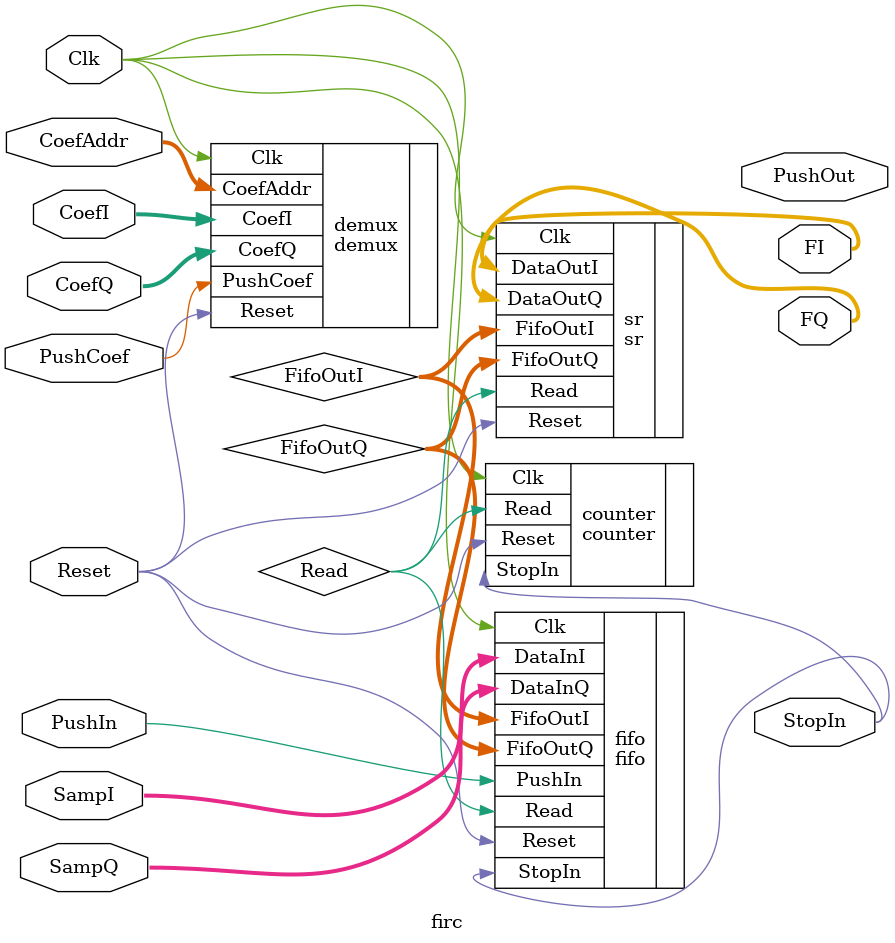
<source format=sv>

`include "fifo.sv"
`include "counter.sv"
`include "sr.sv"
`include "demux.sv"

module firc(

	input  signed Clk,
	input  signed Reset,
	input  signed PushIn,
	output reg signed StopIn,
	input  signed [23:0] SampI,
	input  signed [23:0] SampQ,
	input  signed PushCoef,
	input  signed [4:0] CoefAddr,
	input  signed [26:0] CoefI,
	input  signed [26:0] CoefQ,
	output reg signed PushOut,
	output reg signed [31:0] FI,
	output reg signed [31:0] FQ
	);

	wire signed Read;
	wire signed [23:0] FifoOutI;
	wire signed [23:0] FifoOutQ;
	wire signed [26:0] Coef_Re [0:14];
	wire signed [26:0] Coef_Img [0:14];

	fifo fifo (
		.Clk(Clk),
		.Reset(Reset),
		.PushIn(PushIn),
		.StopIn(StopIn),
		.DataInI(SampI),
		.DataInQ(SampQ),
		.FifoOutI(FifoOutI),
		.FifoOutQ(FifoOutQ),
		.Read(Read)
	);

	counter counter(
		.Clk(Clk),
		.Reset(Reset),
		.StopIn(StopIn),
		.Read(Read)
	);

	sr sr(
		.Clk(Clk),
		.Reset(Reset),
		.Read(Read),
		.FifoOutI(FifoOutI),
		.FifoOutQ(FifoOutQ),
		.DataOutI(FI),
		.DataOutQ(FQ)
	);

	demux demux(
		.Clk(Clk),
		.Reset(Reset),
		.PushCoef(PushCoef),
		.CoefAddr(CoefAddr),
		.CoefI(CoefI),
		.CoefQ(CoefQ)
	);



	/*

	reg signed [3:0] [23:0] FIFO_Re; // Packed Array
	reg signed [2:0] WrPtr;
	reg signed [2:0] Count, Counter;
	reg signed Count_En;

	always @(*) begin
		if (Count_En) begin
			if (Counter != 3'b100) Counter = Count + 1;
			else Counter = 0; end
		else begin
			Counter = Counter;
		end
	end

	// Counter
	always @(posedge Clk or posedge Reset) begin
		if (Reset) Count <= 0;
		else Count <= #1 Counter;
	end

	// FIFO Write Pointer
	always @(*) begin
		case(WrPtr)
			3'b001 : FIFO_Re[0] <= 24'hFFFFFF;
			3'b010 : FIFO_Re[1] <= 24'hFFFFFF;
			3'b011 : FIFO_Re[2] <= 24'hFFFFFF;
			3'b100 : FIFO_Re[3] <= 24'hFFFFFF;
			default : WrPtr <= 0;
		endcase
	end


	always @(posedge Clk or posedge Reset) begin
		if (Reset) begin
			FIFO_Re <= 0;
			WrPtr <= 0;
			Count_En <= 0;
			StopIn <= 0;
			PushOut <= 0;
			FI <= 0;
			FQ <= 0; end
		else begin
			if (PushIn) begin WrPtr <= WrPtr + 1; end
			
			Count_En <= 1;
			
			StopIn <= 0; // Need to add final signals here with thewith the push in
			PushOut <= 0;
			FI <= 3;
			FQ <= 7;
		end
	end
	
	*/
	
/*	// FIFO Controller
	always @(*) begin
		case(Cycle)
			2'b10 : begin 
			
	
	// 4 deep
	// needs to be the size of the bits
	
	*/
	
	
endmodule : firc

</source>
